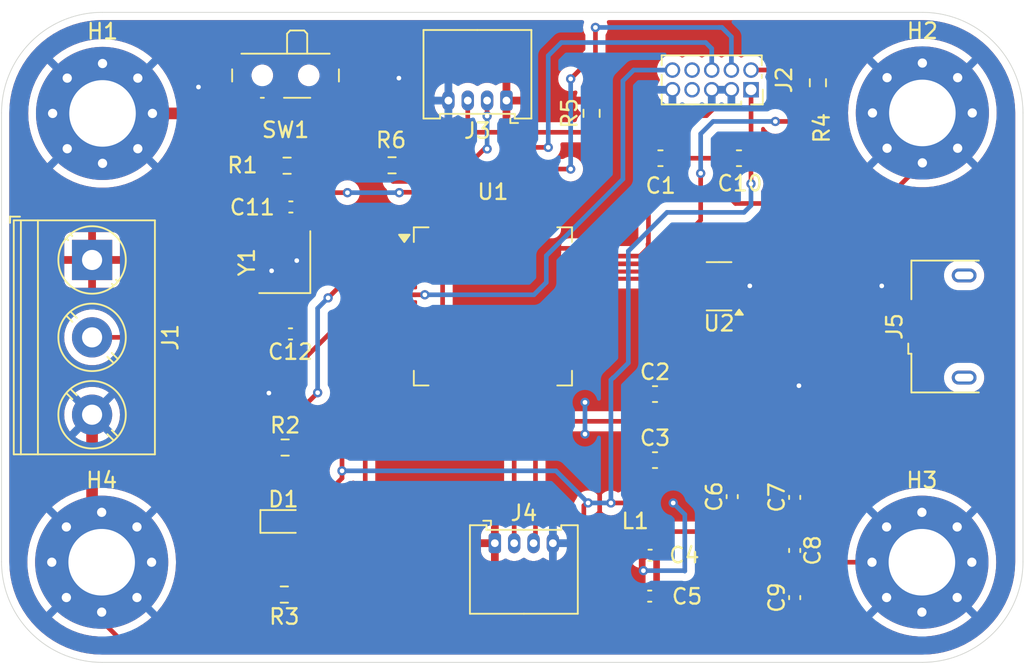
<source format=kicad_pcb>
(kicad_pcb (version 20240108) (generator "pcbnew") (generator_version "8.0")
  (layers (0 "F.Cu" signal) (31 "B.Cu" signal) (34 "B.Paste" user) (35 "F.Paste" user) (36 "B.SilkS" user "B.Silkscreen") (37 "F.SilkS" user "F.Silkscreen") (38 "B.Mask" user) (39 "F.Mask" user) (44 "Edge.Cuts" user))
  (net 0 "")
  (net 1 "GND")
  (net 2 "Net-(U1-VCAP_2)")
  (net 3 "Net-(U1-VCAP_1)")
  (net 4 "+3.3V")
  (net 5 "+3.3VA")
  (net 6 "Net-(C11-Pad1)")
  (net 7 "HSE_IN")
  (net 8 "Net-(D1-K)")
  (net 9 "LED_STATUS")
  (net 10 "SWO")
  (net 11 "NRST")
  (net 12 "SWCLK")
  (net 14 "Net-(J2-Pin_2)")
  (net 16 "I2C1_SDA")
  (net 17 "I2C1_SCL")
  (net 18 "USART3_RX")
  (net 19 "USART3_TX")
  (net 24 "+5V")
  (net 25 "USB_CONN_D+")
  (net 27 "USB_CONN_D-")
  (net 30 "Net-(SW1-B)")
  (net 31 "BOOT0")
  (net 32 "HSE_OUT")
  (net 33 "SWDIO")
  (net 51 "USB_D+")
  (net 56 "USB_D-")
  (footprint "MountingHole:MountingHole_4.3mm_M4_Pad_Via" (layer "F.Cu") (at 77.719581 105.530419)
    (property "Reference" "H4")
    (property "Value" "MountingHole_Pad" (hide yes))
  )
  (footprint "Crystal:Crystal_SMD_3225-4Pin_3.2x2.5mm" (layer "F.Cu") (at 89.55 86.14 90)
    (property "Reference" "Y1")
    (property "Value" "16MHz")
  )
  (footprint "Capacitor_SMD:C_0402_1005Metric" (layer "F.Cu") (at 118.4614 101.2928 90)
    (property "Reference" "C6")
    (property "Value" "100n")
  )
  (footprint "Connector_USB:USB_Micro-B_Amphenol_10118193-0002LF_Horizontal" (layer "F.Cu") (at 133.45 90.3 90)
    (property "Reference" "J5")
    (property "Value" "USB_B_Micro")
  )
  (footprint "Capacitor_SMD:C_0402_1005Metric" (layer "F.Cu") (at 113.1316 107.7214)
    (property "Reference" "C5")
    (property "Value" "100n")
  )
  (footprint "MountingHole:MountingHole_4.3mm_M4_Pad_Via" (layer "F.Cu") (at 77.775 76.530419)
    (property "Reference" "H1")
    (property "Value" "MountingHole_Pad" (hide yes))
  )
  (footprint "Inductor_SMD:L_0402_1005Metric" (layer "F.Cu") (at 112.1918 101.7016 180)
    (property "Reference" "L1")
    (property "Value" "39n")
  )
  (footprint "MountingHole:MountingHole_4.3mm_M4_Pad_Via" (layer "F.Cu") (at 130.719581 105.530419)
    (property "Reference" "H3")
    (property "Value" "MountingHole_Pad" (hide yes))
  )
  (footprint "Capacitor_SMD:C_0603_1608Metric" (layer "F.Cu") (at 113.4742 98.933)
    (property "Reference" "C3")
    (property "Value" "4u7")
  )
  (footprint "Capacitor_SMD:C_0402_1005Metric" (layer "F.Cu") (at 122.5 107.818 90)
    (property "Reference" "C9")
    (property "Value" "1n")
  )
  (footprint "MountingHole:MountingHole_4.3mm_M4_Pad_Via" (layer "F.Cu") (at 130.75 76.5)
    (property "Reference" "H2")
    (property "Value" "MountingHole_Pad" (hide yes))
  )
  (footprint "Capacitor_SMD:C_0603_1608Metric" (layer "F.Cu") (at 118.9 79.425 180)
    (property "Reference" "C10")
    (property "Value" "10n")
  )
  (footprint "Capacitor_SMD:C_0402_1005Metric" (layer "F.Cu") (at 122.5 104.77 -90)
    (property "Reference" "C8")
    (property "Value" "100n")
  )
  (footprint "Capacitor_SMD:C_0402_1005Metric" (layer "F.Cu") (at 89.92 90.775 180)
    (property "Reference" "C12")
    (property "Value" "12p")
  )
  (footprint "Resistor_SMD:R_0603_1608Metric" (layer "F.Cu") (at 124 74.55 90)
    (property "Reference" "R4")
    (property "Value" "22")
  )
  (footprint "Capacitor_SMD:C_0402_1005Metric" (layer "F.Cu") (at 113.1596 105.0798)
    (property "Reference" "C4")
    (property "Value" "100n")
  )
  (footprint "Connector_PinSocket_1.27mm:PinSocket_2x05_P1.27mm_Vertical" (layer "F.Cu") (at 119.68 75 -90)
    (property "Reference" "J2")
    (property "Value" "SWD")
  )
  (footprint "Resistor_SMD:R_0603_1608Metric" (layer "F.Cu") (at 89.5219 107.6198 180)
    (property "Reference" "R3")
    (property "Value" "1k5")
  )
  (footprint "Resistor_SMD:R_0603_1608Metric" (layer "F.Cu") (at 89.5736 98.1202)
    (property "Reference" "R2")
    (property "Value" "47")
  )
  (footprint "Package_TO_SOT_SMD:SOT-23-6" (layer "F.Cu") (at 117.6125 87.7 180)
    (property "Reference" "U2")
    (property "Value" "USBLC6-2SC6")
  )
  (footprint "Capacitor_SMD:C_0402_1005Metric" (layer "F.Cu") (at 122.5 101.3436 90)
    (property "Reference" "C7")
    (property "Value" "100n")
  )
  (footprint "Capacitor_SMD:C_0402_1005Metric" (layer "F.Cu") (at 89.944 82.5754)
    (property "Reference" "C11")
    (property "Value" "12p")
  )
  (footprint "Capacitor_SMD:C_0603_1608Metric" (layer "F.Cu") (at 113.825 79.425)
    (property "Reference" "C1")
    (property "Value" "2u2")
  )
  (footprint "Resistor_SMD:R_0603_1608Metric" (layer "F.Cu") (at 96.4814 79.883 180)
    (property "Reference" "R6")
    (property "Value" "2K2")
  )
  (footprint "TerminalBlock_Phoenix:TerminalBlock_Phoenix_PT-1,5-3-5.0-H_1x03_P5.00mm_Horizontal" (layer "F.Cu") (at 77.1 86 -90)
    (property "Reference" "J1")
    (property "Value" "Screw_Terminal_01x03")
  )
  (footprint "Package_QFP:LQFP-64_10x10mm_P0.5mm" (layer "F.Cu") (at 103 89)
    (property "Reference" "U1")
    (property "Value" "STM32F405RGT6")
  )
  (footprint "Connector_Molex:Molex_PicoBlade_53048-0410_1x04_P1.25mm_Horizontal" (layer "F.Cu") (at 103.125 104.3)
    (property "Reference" "J4")
    (property "Value" "USART3")
  )
  (footprint "Connector_Molex:Molex_PicoBlade_53048-0410_1x04_P1.25mm_Horizontal" (layer "F.Cu") (at 103.875 75.7 180)
    (property "Reference" "J3")
    (property "Value" "I2C1")
  )
  (footprint "Resistor_SMD:R_0603_1608Metric" (layer "F.Cu") (at 89.7006 79.9084 180)
    (property "Reference" "R1")
    (property "Value" "10k")
  )
  (footprint "LED_SMD:LED_0603_1608Metric" (layer "F.Cu") (at 89.4588 102.8954)
    (property "Reference" "D1")
    (property "Value" "LED_Small")
  )
  (footprint "Capacitor_SMD:C_0603_1608Metric" (layer "F.Cu") (at 113.4742 94.6658)
    (property "Reference" "C2")
    (property "Value" "2u2")
  )
  (footprint "Button_Switch_SMD:SW_SPDT_PCM12" (layer "F.Cu") (at 89.6 74.4 180)
    (property "Reference" "SW1")
    (property "Value" "SW_SPDT")
  )
  (footprint "Resistor_SMD:R_0603_1608Metric" (layer "F.Cu") (at 109.375 76.525 90)
    (property "Reference" "R5")
    (property "Value" "2K2")
  )
  (gr_line (start 71.25 76.5) (end 71.25 105.5) (stroke (width 0.05)) (layer "Edge.Cuts"))
  (gr_arc (start 77.75 112) (mid 73.153806 110.096194) (end 71.25 105.5) (stroke (width 0.05)) (layer "Edge.Cuts"))
  (gr_line (start 77.75 70) (end 130.75 70) (stroke (width 0.05)) (layer "Edge.Cuts"))
  (gr_line (start 137.25 105.5) (end 137.25 76.5) (stroke (width 0.05)) (layer "Edge.Cuts"))
  (gr_line (start 77.75 112) (end 130.75 112) (stroke (width 0.05)) (layer "Edge.Cuts"))
  (gr_arc (start 137.25 105.5) (mid 135.346194 110.096194) (end 130.75 112) (stroke (width 0.05)) (layer "Edge.Cuts"))
  (gr_arc (start 130.75 70) (mid 135.346194 71.903806) (end 137.25 76.5) (stroke (width 0.05)) (layer "Edge.Cuts"))
  (gr_arc (start 71.25 76.5) (mid 73.153806 71.903806) (end 77.75 70) (stroke (width 0.05)) (layer "Edge.Cuts"))
  (segment (start 97.325 90.75) (end 92.45 90.75) (width 0.3) (layer "F.Cu") (net 1))
  (segment (start 97.325 90.75) (end 99.75 90.75) (width 0.3) (layer "F.Cu") (net 1))
  (segment (start 116.5 110.525) (end 125.725 110.525) (width 0.3) (layer "F.Cu") (net 1))
  (segment (start 97.6 109.875) (end 113.075 109.875) (width 0.3) (layer "F.Cu") (net 1))
  (segment (start 113.6116 105.1078) (end 113.6396 105.0798) (width 0.3) (layer "F.Cu") (net 1))
  (segment (start 88.7 94.425) (end 88.525 94.6) (width 0.3) (layer "F.Cu") (net 1))
  (segment (start 90.424 82.210358) (end 89.788642 81.575) (width 0.75) (layer "F.Cu") (net 1))
  (segment (start 90.3469 107.6198) (end 95.3448 107.6198) (width 0.3) (layer "F.Cu") (net 1))
  (segment (start 118.41 75) (end 117.14 75) (width 0.3) (layer "F.Cu") (net 1))
  (segment (start 114.6 76.675) (end 114.6 75) (width 0.3) (layer "F.Cu") (net 1))
  (segment (start 90.4 85.964998) (end 90.399998 85.965) (width 0.75) (layer "F.Cu") (net 1))
  (segment (start 91 92.3) (end 89.7 92.3) (width 0.3) (layer "F.Cu") (net 1))
  (segment (start 83.975 74.825) (end 83.975 76.530419) (width 0.3) (layer "F.Cu") (net 1))
  (segment (start 116.8 76.675) (end 114.6 76.675) (width 0.3) (layer "F.Cu") (net 1))
  (segment (start 126.052762 100.8636) (end 130.719581 105.530419) (width 0.3) (layer "F.Cu") (net 1))
  (segment (start 83.975 76.530419) (end 86.649581 76.530419) (width 0.75) (layer "F.Cu") (net 1))
  (segment (start 90.424 85.016) (end 90.4 85.04) (width 0.75) (layer "F.Cu") (net 1))
  (segment (start 91 92.2) (end 91 92.3) (width 0.3) (layer "F.Cu") (net 1))
  (segment (start 89.7 92.3) (end 89.44 92.04) (width 0.3) (layer "F.Cu") (net 1))
  (segment (start 113.6396 107.6646) (end 116.5 110.525) (width 0.3) (layer "F.Cu") (net 1))
  (segment (start 79 110.6) (end 77.719581 109.319581) (width 0.3) (layer "F.Cu") (net 1))
  (segment (start 118.125 79.425) (end 114.6 79.425) (width 0.3) (layer "F.Cu") (net 1))
  (segment (start 118.125 81.8) (end 118.675 82.35) (width 0.3) (layer "F.Cu") (net 1))
  (segment (start 99.75 91.8) (end 99.75 94.675) (width 0.3) (layer "F.Cu") (net 1))
  (segment (start 117.14 75) (end 117.14 76.315) (width 0.3) (layer "F.Cu") (net 1))
  (segment (start 89.788642 81.575) (end 86.475 81.575) (width 0.75) (layer "F.Cu") (net 1))
  (segment (start 81 76.530419) (end 83.975 76.530419) (width 0.75) (layer "F.Cu") (net 1))
  (segment (start 117.14 76.315) (end 117.15 76.325) (width 0.3) (layer "F.Cu") (net 1))
  (segment (start 122.780419 105.530419) (end 122.5 105.25) (width 0.3) (layer "F.Cu") (net 1))
  (segment (start 106.875 104.3) (end 113.45 104.3) (width 0.3) (layer "F.Cu") (net 1))
  (segment (start 113.45 104.3) (end 113.5125 104.3625) (width 0.3) (layer "F.Cu") (net 1))
  (segment (start 77.1 104.910838) (end 77.719581 105.530419) (width 0.75) (layer "F.Cu") (net 1))
  (segment (start 90.125 110.6) (end 79 110.6) (width 0.3) (layer "F.Cu") (net 1))
  (segment (start 88.7 90.035) (end 88.7 94.425) (width 0.3) (layer "F.Cu") (net 1))
  (segment (start 90.4 85.04) (end 90.4 85.964998) (width 0.75) (layer "F.Cu") (net 1))
  (segment (start 90.424 82.5754) (end 90.424 82.210358) (width 0.75) (layer "F.Cu") (net 1))
  (segment (start 119.575 87.7) (end 119.6 87.675) (width 0.3) (layer "F.Cu") (net 1))
  (segment (start 129.45 89) (end 128.125 87.675) (width 0.3) (layer "F.Cu") (net 1))
  (segment (start 113.6396 104.4896) (end 113.6396 107.6646) (width 0.3) (layer "F.Cu") (net 1))
  (segment (start 100.125 75.7) (end 100.125 74.35) (width 0.3) (layer "F.Cu") (net 1))
  (segment (start 114.2492 98.933) (end 114.2492 94.6658) (width 0.3) (layer "F.Cu") (net 1))
  (segment (start 117.15 76.325) (end 116.8 76.675) (width 0.3) (layer "F.Cu") (net 1))
  (segment (start 113.5125 104.3625) (end 113.5125 109.4375) (width 0.3) (layer "F.Cu") (net 1))
  (segment (start 100.125 74.35) (end 100.025 74.25) (width 0.3) (layer "F.Cu") (net 1))
  (segment (start 113.6396 104.4896) (end 113.6396 105.0798) (width 0.3) (layer "F.Cu") (net 1))
  (segment (start 90.3469 110.3781) (end 90.125 110.6) (width 0.3) (layer "F.Cu") (net 1))
  (segment (start 118.75 87.7) (end 119.575 87.7) (width 0.3) (layer "F.Cu") (net 1))
  (segment (start 90.3469 107.6198) (end 90.3469 110.3781) (width 0.3) (layer "F.Cu") (net 1))
  (segment (start 114.6 79.425) (end 114.6 76.675) (width 0.3) (layer "F.Cu") (net 1))
  (segment (start 95.3448 107.6198) (end 97.6 109.875) (width 0.3) (layer "F.Cu") (net 1))
  (segment (start 90.399998 85.965) (end 90.325 85.965) (width 0.75) (layer "F.Cu") (net 1))
  (segment (start 118.4614 100.8128) (end 116.129 100.8128) (width 0.3) (layer "F.Cu") (net 1))
  (segment (start 113.6116 107.7214) (end 113.6116 105.1078) (width 0.3) (layer "F.Cu") (net 1))
  (segment (start 88.7 90.035) (end 89.44 90.775) (width 0.3) (layer "F.Cu") (net 1))
  (segment (start 113.5125 109.4375) (end 113.6116 109.3384) (width 0.3) (layer "F.Cu") (net 1))
  (segment (start 114.2492 94.6658) (end 122.2342 94.6658) (width 0.3) (layer "F.Cu") (net 1))
  (segment (start 99.75 83.325) (end 99.75 91.8) (width 0.3) (layer "F.Cu") (net 1))
  (segment (start 77.1 96) (end 77.1 104.910838) (width 0.75) (layer "F.Cu") (net 1))
  (segment (start 88.7 87.24) (end 88.7 90.035) (width 0.3) (layer "F.Cu") (net 1))
  (segment (start 130.775 89) (end 129.45 89) (width 0.3) (layer "F.Cu") (net 1))
  (segment (start 118.4614 100.8128) (end 122.4492 100.8128) (width 0.3) (layer "F.Cu") (net 1))
  (segment (start 118.675 82.35) (end 128.125 82.35) (width 0.3) (layer "F.Cu") (net 1))
  (segment (start 86.475 76.705) (end 86.649581 76.530419) (width 0.75) (layer "F.Cu") (net 1))
  (segment (start 130.75 79.725) (end 128.125 82.35) (width 0.3) (layer "F.Cu") (net 1))
  (segment (start 113.45 104.3) (end 113.6396 104.4896) (width 0.3) (layer "F.Cu") (net 1))
  (segment (start 127.494581 105.530419) (end 122.780419 105.530419) (width 0.3) (layer "F.Cu") (net 1))
  (segment (start 125.725 110.525) (end 130.719581 105.530419) (width 0.3) (layer "F.Cu") (net 1))
  (segment (start 122.4492 100.8128) (end 122.5 100.8636) (width 0.3) (layer "F.Cu") (net 1))
  (segment (start 113.5125 104.3625) (end 113.6396 104.4896) (width 0.3) (layer "F.Cu") (net 1))
  (segment (start 128.125 82.35) (end 128.125 87.675) (width 0.3) (layer "F.Cu") (net 1))
  (segment (start 92.45 90.75) (end 91 92.2) (width 0.3) (layer "F.Cu") (net 1))
  (segment (start 118.125 79.425) (end 118.125 81.8) (width 0.3) (layer "F.Cu") (net 1))
  (segment (start 89.44 92.04) (end 89.44 90.775) (width 0.3) (layer "F.Cu") (net 1))
  (segment (start 122.5 100.8636) (end 126.052762 100.8636) (width 0.3) (layer "F.Cu") (net 1))
  (segment (start 77.719581 109.319581) (end 77.719581 105.530419) (width 0.3) (layer "F.Cu") (net 1))
  (segment (start 88.7 87.24) (end 88.7 86.7) (width 0.3) (layer "F.Cu") (net 1))
  (segment (start 100.025 74.25) (end 96.925 74.25) (width 0.3) (layer "F.Cu") (net 1))
  (segment (start 122.5 107.338) (end 122.5 105.25) (width 0.3) (layer "F.Cu") (net 1))
  (segment (start 86.475 81.575) (end 86.475 76.705) (width 0.75) (layer "F.Cu") (net 1))
  (segment (start 90.424 82.5754) (end 90.424 85.016) (width 0.75) (layer "F.Cu") (net 1))
  (segment (start 116.129 100.8128) (end 114.2492 98.933) (width 0.3) (layer "F.Cu") (net 1))
  (segment (start 113.6116 109.3384) (end 113.6116 107.7214) (width 0.3) (layer "F.Cu") (net 1))
  (segment (start 122.2342 94.6658) (end 122.775 94.125) (width 0.3) (layer "F.Cu") (net 1))
  (segment (start 99.75 90.75) (end 99.75 91.8) (width 0.3) (layer "F.Cu") (net 1))
  (segment (start 113.075 109.875) (end 113.5125 109.4375) (width 0.3) (layer "F.Cu") (net 1))
  (segment (start 86.649581 76.530419) (end 87.35 75.83) (width 0.75) (layer "F.Cu") (net 1))
  (via (at 119.6 87.675) (size 0.6) (drill 0.3) (layers "F.Cu" "B.Cu") (net 1))
  (via (at 128.125 87.675) (size 0.6) (drill 0.3) (layers "F.Cu" "B.Cu") (net 1))
  (via (at 122.775 94.125) (size 0.6) (drill 0.3) (layers "F.Cu" "B.Cu") (net 1))
  (via (at 88.7 86.7) (size 0.6) (drill 0.3) (layers "F.Cu" "B.Cu") (net 1))
  (via (at 96.925 74.25) (size 0.6) (drill 0.3) (layers "F.Cu" "B.Cu") (net 1))
  (via (at 90.325 86.039998) (size 0.6) (drill 0.3) (layers "F.Cu" "B.Cu") (net 1))
  (via (at 88.525 94.6) (size 0.6) (drill 0.3) (layers "F.Cu" "B.Cu") (net 1))
  (via (at 83.975 74.825) (size 0.6) (drill 0.3) (layers "F.Cu" "B.Cu") (net 1))
  (segment (start 93.925 70.85) (end 84.525 70.85) (width 0.3) (layer "B.Cu") (net 1))
  (segment (start 94.4 73.775) (end 94.4 71.325) (width 0.3) (layer "B.Cu") (net 1))
  (segment (start 90.325 86.1) (end 90.325 86.039998) (width 0.3) (layer "B.Cu") (net 1))
  (segment (start 88.525 94.6) (end 78.5 94.6) (width 0.3) (layer "B.Cu") (net 1))
  (segment (start 96.925 74.25) (end 94.875 74.25) (width 0.3) (layer "B.Cu") (net 1))
  (segment (start 78.5 94.6) (end 77.1 96) (width 0.3) (layer "B.Cu") (net 1))
  (segment (start 122.775 94.125) (end 122.775 87.675) (width 0.3) (layer "B.Cu") (net 1))
  (segment (start 94.875 74.25) (end 94.4 73.775) (width 0.3) (layer "B.Cu") (net 1))
  (segment (start 84.525 70.85) (end 83.975 71.4) (width 0.3) (layer "B.Cu") (net 1))
  (segment (start 94.4 71.325) (end 93.925 70.85) (width 0.3) (layer "B.Cu") (net 1))
  (segment (start 88.7 86.275) (end 90.15 86.275) (width 0.3) (layer "B.Cu") (net 1))
  (segment (start 83.975 71.4) (end 83.975 74.825) (width 0.3) (layer "B.Cu") (net 1))
  (segment (start 119.6 87.675) (end 122.775 87.675) (width 0.3) (layer "B.Cu") (net 1))
  (segment (start 90.15 86.275) (end 90.325 86.1) (width 0.3) (layer "B.Cu") (net 1))
  (segment (start 88.7 86.7) (end 88.7 86.275) (width 0.3) (layer "B.Cu") (net 1))
  (segment (start 122.775 87.675) (end 128.125 87.675) (width 0.3) (layer "B.Cu") (net 1))
  (segment (start 113.05 84.95) (end 113.05 79.425) (width 0.3) (layer "F.Cu") (net 2))
  (segment (start 113.025 84.975) (end 113.05 84.95) (width 0.3) (layer "F.Cu") (net 2))
  (segment (start 113.025 85.225) (end 113.025 84.975) (width 0.3) (layer "F.Cu") (net 2))
  (segment (start 112.5 85.75) (end 113.025 85.225) (width 0.3) (layer "F.Cu") (net 2))
  (segment (start 108.675 85.75) (end 112.5 85.75) (width 0.3) (layer "F.Cu") (net 2))
  (segment (start 106.65 96.425) (end 112.275 96.425) (width 0.3) (layer "F.Cu") (net 3))
  (segment (start 112.275 96.425) (end 112.6992 96.0008) (width 0.3) (layer "F.Cu") (net 3))
  (segment (start 112.6992 96.0008) (end 112.6992 94.6658) (width 0.3) (layer "F.Cu") (net 3))
  (segment (start 106.25 96.025) (end 106.65 96.425) (width 0.3) (layer "F.Cu") (net 3))
  (segment (start 106.25 94.675) (end 106.25 96.025) (width 0.3) (layer "F.Cu") (net 3))
  (segment (start 112.6796 105.0798) (end 112.6796 106.0296) (width 0.3) (layer "F.Cu") (net 4))
  (segment (start 112.6796 105.0798) (end 112.6796 106.0704) (width 0.3) (layer "F.Cu") (net 4))
  (segment (start 103.125 104.3) (end 103.125 99.325) (width 0.3) (layer "F.Cu") (net 4))
  (segment (start 118.5122 101.8236) (end 118.4614 101.7728) (width 0.3) (layer "F.Cu") (net 4))
  (segment (start 103.125 106.325) (end 103.125 104.3) (width 0.3) (layer "F.Cu") (net 4))
  (segment (start 91.85 78.925) (end 91.85 75.83) (width 0.3) (layer "F.Cu") (net 4))
  (segment (start 100.25 96.45) (end 100.25 94.675) (width 0.3) (layer "F.Cu") (net 4))
  (segment (start 92.808 79.883) (end 91.85 78.925) (width 0.3) (layer "F.Cu") (net 4))
  (segment (start 95.6564 73.3936) (end 95.6564 79.883) (width 0.3) (layer "F.Cu") (net 4))
  (segment (start 95.6564 79.883) (end 92.808 79.883) (width 0.3) (layer "F.Cu") (net 4))
  (segment (start 89.65 71.775) (end 89.65 75.225) (width 0.3) (layer "F.Cu") (net 4))
  (segment (start 118.3902 101.7016) (end 118.4614 101.7728) (width 0.3) (layer "F.Cu") (net 4))
  (segment (start 112.1 106.65) (end 103.45 106.65) (width 0.3) (layer "F.Cu") (net 4))
  (segment (start 112.6796 106.0704) (end 112.1 106.65) (width 0.3) (layer "F.Cu") (net 4))
  (segment (start 90.255 75.83) (end 91.85 75.83) (width 0.3) (layer "F.Cu") (net 4))
  (segment (start 112.6768 101.7016) (end 114.6484 101.7016) (width 0.3) (layer "F.Cu") (net 4))
  (segment (start 95.6564 83.0564) (end 95.6564 79.883) (width 0.3) (layer "F.Cu") (net 4))
  (segment (start 103.375 72.8) (end 96.25 72.8) (width 0.3) (layer "F.Cu") (net 4))
  (segment (start 89.325 71.45) (end 89.65 71.775) (width 0.3) (layer "F.Cu") (net 4))
  (segment (start 110.9 76.075) (end 110.9 84.85) (width 0.3) (layer "F.Cu") (net 4))
  (segment (start 112.725 106.075) (end 112.6796 106.1204) (width 0.3) (layer "F.Cu") (net 4))
  (segment (start 89.65 75.225) (end 90.255 75.83) (width 0.3) (layer "F.Cu") (net 4))
  (segment (start 99.25 83.325) (end 97.325 83.325) (width 0.3) (layer "F.Cu") (net 4))
  (segment (start 114.65 101.7) (end 114.6516 101.7016) (width 0.3) (layer "F.Cu") (net 4))
  (segment (start 109.9 102.975) (end 112.275 102.975) (width 0.3) (layer "F.Cu") (net 4))
  (segment (start 112.6796 106.0296) (end 112.725 106.075) (width 0.3) (layer "F.Cu") (net 4))
  (segment (start 108.95 94.8) (end 108.95 95.2) (width 0.3) (layer "F.Cu") (net 4))
  (segment (start 73.875 86) (end 72.375 84.5) (width 0.3) (layer "F.Cu") (net 4))
  (segment (start 110.525 75.7) (end 110.9 76.075) (width 0.3) (layer "F.Cu") (net 4))
  (segment (start 95.925 83.325) (end 95.6564 83.0564) (width 0.3) (layer "F.Cu") (net 4))
  (segment (start 114.6484 101.7016) (end 114.65 101.7) (width 0.3) (layer "F.Cu") (net 4))
  (segment (start 112.6796 107.6934) (end 112.6516 107.7214) (width 0.3) (layer "F.Cu") (net 4))
  (segment (start 112.6992 98.933) (end 110.292 98.933) (width 0.3) (layer "F.Cu") (net 4))
  (segment (start 106.975 85.25) (end 106.75 85.475) (width 0.3) (layer "F.Cu") (net 4))
  (segment (start 110.9 84.85) (end 110.5 85.25) (width 0.3) (layer "F.Cu") (net 4))
  (segment (start 103.875 75.7) (end 103.875 73.3) (width 0.3) (layer "F.Cu") (net 4))
  (segment (start 122.5 101.8236) (end 118.5122 101.8236) (width 0.3) (layer "F.Cu") (net 4))
  (segment (start 97.325 83.325) (end 95.925 83.325) (width 0.3) (layer "F.Cu") (net 4))
  (segment (start 110.292 98.933) (end 109.9 99.325) (width 0.3) (layer "F.Cu") (net 4))
  (segment (start 103.125 99.325) (end 100.25 96.45) (width 0.3) (layer "F.Cu") (net 4))
  (segment (start 103.875 73.3) (end 103.375 72.8) (width 0.3) (layer "F.Cu") (net 4))
  (segment (start 72.375 74.209225) (end 75.134225 71.45) (width 0.3) (layer "F.Cu") (net 4))
  (segment (start 72.375 84.5) (end 72.375 74.209225) (width 0.3) (layer "F.Cu") (net 4))
  (segment (start 96.25 72.8) (end 95.6564 73.3936) (width 0.3) (layer "F.Cu") (net 4))
  (segment (start 75.134225 71.45) (end 89.325 71.45) (width 0.3) (layer "F.Cu") (net 4))
  (segment (start 114.6516 101.7016) (end 118.3902 101.7016) (width 0.3) (layer "F.Cu") (net 4))
  (segment (start 112.275 102.975) (end 112.6768 102.5732) (width 0.3) (layer "F.Cu") (net 4))
  (segment (start 109.9 99.325) (end 109.9 102.975) (width 0.3) (layer "F.Cu") (net 4))
  (segment (start 112.6768 102.5732) (end 112.6768 101.7016) (width 0.3) (layer "F.Cu") (net 4))
  (segment (start 103.875 75.7) (end 109.375 75.7) (width 0.3) (layer "F.Cu") (net 4))
  (segment (start 122.5 104.29) (end 122.5 101.8236) (width 0.3) (layer "F.Cu") (net 4))
  (segment (start 97.325 85.25) (end 97.325 83.325) (width 0.3) (layer "F.Cu") (net 4))
  (segment (start 108.675 85.25) (end 106.975 85.25) (width 0.3) (layer "F.Cu") (net 4))
  (segment (start 77.1 86) (end 73.875 86) (width 0.3) (layer "F.Cu") (net 4))
  (segment (start 110.5 85.25) (end 108.675 85.25) (width 0.3) (layer "F.Cu") (net 4))
  (segment (start 109.375 75.7) (end 110.525 75.7) (width 0.3) (layer "F.Cu") (net 4))
  (segment (start 106.75 94.675) (end 108.825 94.675) (width 0.3) (layer "F.Cu") (net 4))
  (segment (start 106.75 85.475) (end 106.75 94.675) (width 0.3) (layer "F.Cu") (net 4))
  (segment (start 103.45 106.65) (end 103.125 106.325) (width 0.3) (layer "F.Cu") (net 4))
  (segment (start 110.292 98.592) (end 110.292 98.933) (width 0.3) (layer "F.Cu") (net 4))
  (segment (start 112.6796 106.1204) (end 112.6796 107.6934) (width 0.3) (layer "F.Cu") (net 4))
  (segment (start 108.825 94.675) (end 108.95 94.8) (width 0.3) (layer "F.Cu") (net 4))
  (segment (start 108.95 97.25) (end 110.292 98.592) (width 0.3) (layer "F.Cu") (net 4))
  (via (at 108.95 97.25) (size 0.6) (drill 0.3) (layers "F.Cu" "B.Cu") (net 4))
  (via (at 112.725 106.075) (size 0.6) (drill 0.3) (layers "F.Cu" "B.Cu") (net 4))
  (via (at 108.95 95.2) (size 0.6) (drill 0.3) (layers "F.Cu" "B.Cu") (net 4))
  (via (at 114.65 101.7) (size 0.6) (drill 0.3) (layers "F.Cu" "B.Cu") (net 4))
  (segment (start 115.375 106.075) (end 115.4 106.1) (width 0.3) (layer "B.Cu") (net 4))
  (segment (start 115.4 106.1) (end 115.4 102.45) (width 0.3) (layer "B.Cu") (net 4))
  (segment (start 115.4 102.45) (end 114.65 101.7) (width 0.3) (layer "B.Cu") (net 4))
  (segment (start 108.95 95.2) (end 108.95 97.25) (width 0.3) (layer "B.Cu") (net 4))
  (segment (start 112.725 106.075) (end 115.375 106.075) (width 0.3) (layer "B.Cu") (net 4))
  (segment (start 93.775 91.25) (end 93.25 91.775) (width 0.3) (layer "F.Cu") (net 5))
  (segment (start 82.975 99.825) (end 82.975 91.75) (width 0.3) (layer "F.Cu") (net 5))
  (segment (start 111.7052 101.7) (end 111.7068 101.7016) (width 0.3) (layer "F.Cu") (net 5))
  (segment (start 108.975 103.55) (end 108.875 103.45) (width 0.3) (layer "F.Cu") (net 5))
  (segment (start 119.675 81.075) (end 119.675 79.425) (width 0.3) (layer "F.Cu") (net 5))
  (segment (start 93.25 99.625) (end 93.25 100.1) (width 0.3) (layer "F.Cu") (net 5))
  (segment (start 118.2 107.55) (end 118.175 107.525) (width 0.3) (layer "F.Cu") (net 5))
  (segment (start 83.675 100.525) (end 82.975 99.825) (width 0.3) (layer "F.Cu") (net 5))
  (segment (start 119.68 79.42) (end 119.675 79.425) (width 0.3) (layer "F.Cu") (net 5))
  (segment (start 108.875 101.875) (end 109.05 101.7) (width 0.3) (layer "F.Cu") (net 5))
  (segment (start 118.175 107.525) (end 118.175 104.375) (width 0.3) (layer "F.Cu") (net 5))
  (segment (start 93.25 91.775) (end 93.25 99.625) (width 0.3) (layer "F.Cu") (net 5))
  (segment (start 118.773 108.298) (end 118.2 107.725) (width 0.3) (layer "F.Cu") (net 5))
  (segment (start 109.05 101.7) (end 109.15 101.7) (width 0.3) (layer "F.Cu") (net 5))
  (segment (start 118.175 104.375) (end 117.35 103.55) (width 0.3) (layer "F.Cu") (net 5))
  (segment (start 118.2 107.725) (end 118.2 107.55) (width 0.3) (layer "F.Cu") (net 5))
  (segment (start 108.875 103.45) (end 108.875 101.875) (width 0.3) (layer "F.Cu") (net 5))
  (segment (start 97.325 91.25) (end 93.775 91.25) (width 0.3) (layer "F.Cu") (net 5))
  (segment (start 92.825 100.525) (end 83.675 100.525) (width 0.3) (layer "F.Cu") (net 5))
  (segment (start 117.35 103.55) (end 108.975 103.55) (width 0.3) (layer "F.Cu") (net 5))
  (segment (start 119.68 75) (end 119.68 79.42) (width 0.3) (layer "F.Cu") (net 5))
  (segment (start 82.225 91) (end 77.1 91) (width 0.3) (layer "F.Cu") (net 5))
  (segment (start 122.5 108.298) (end 118.773 108.298) (width 0.3) (layer "F.Cu") (net 5))
  (segment (start 93.25 100.1) (end 92.825 100.525) (width 0.3) (layer "F.Cu") (net 5))
  (segment (start 82.975 91.75) (end 82.225 91) (width 0.3) (layer "F.Cu") (net 5))
  (segment (start 110.625 101.7) (end 111.7052 101.7) (width 0.3) (layer "F.Cu") (net 5))
  (via (at 109.15 101.7) (size 0.6) (drill 0.3) (layers "F.Cu" "B.Cu") (net 5))
  (via (at 119.675 81.075) (size 0.6) (drill 0.3) (layers "F.Cu" "B.Cu") (net 5))
  (via (at 93.25 99.625) (size 0.6) (drill 0.3) (layers "F.Cu" "B.Cu") (net 5))
  (via (at 110.625 101.7) (size 0.6) (drill 0.3) (layers "F.Cu" "B.Cu") (net 5))
  (segment (start 110.8 93.6) (end 111.75 92.65) (width 0.3) (layer "B.Cu") (net 5))
  (segment (start 111.75 92.65) (end 111.75 85.425) (width 0.3) (layer "B.Cu") (net 5))
  (segment (start 111.75 85.425) (end 113.7 83.475) (width 0.3) (layer "B.Cu") (net 5))
  (segment (start 110.625 93.75) (end 110.775 93.6) (width 0.3) (layer "B.Cu") (net 5))
  (segment (start 119.225 82.925) (end 119.675 82.475) (width 0.3) (layer "B.Cu") (net 5))
  (segment (start 114.25 82.925) (end 119.225 82.925) (width 0.3) (layer "B.Cu") (net 5))
  (segment (start 109.15 101.7) (end 110.625 101.7) (width 0.3) (layer "B.Cu") (net 5))
  (segment (start 113.7 83.475) (end 114.25 82.925) (width 0.3) (layer "B.Cu") (net 5))
  (segment (start 110.775 93.6) (end 110.8 93.6) (width 0.3) (layer "B.Cu") (net 5))
  (segment (start 107.075 99.625) (end 109.15 101.7) (width 0.3) (layer "B.Cu") (net 5))
  (segment (start 93.25 99.625) (end 107.075 99.625) (width 0.3) (layer "B.Cu") (net 5))
  (segment (start 119.675 82.475) (end 119.675 81.075) (width 0.3) (layer "B.Cu") (net 5))
  (segment (start 110.625 101.7) (end 110.625 93.75) (width 0.3) (layer "B.Cu") (net 5))
  (segment (start 89.464 82.5754) (end 88.7 83.3394) (width 0.3) (layer "F.Cu") (net 6))
  (segment (start 85.8952 98.1202) (end 85.25 97.475) (width 0.3) (layer "F.Cu") (net 6))
  (segment (start 88.7 83.3394) (end 88.7 85.04) (width 0.3) (layer "F.Cu") (net 6))
  (segment (start 85.25 97.475) (end 85.25 85.625) (width 0.3) (layer "F.Cu") (net 6))
  (segment (start 88.7486 98.1202) (end 85.8952 98.1202) (width 0.3) (layer "F.Cu") (net 6))
  (segment (start 85.835 85.04) (end 88.7 85.04) (width 0.3) (layer "F.Cu") (net 6))
  (segment (start 85.25 85.625) (end 85.835 85.04) (width 0.3) (layer "F.Cu") (net 6))
  (segment (start 97.325 87.25) (end 90.41 87.25) (width 0.3) (layer "F.Cu") (net 7))
  (segment (start 90.41 87.25) (end 90.4 87.24) (width 0.3) (layer "F.Cu") (net 7))
  (segment (start 90.4 87.24) (end 90.4 90.775) (width 0.3) (layer "F.Cu") (net 7))
  (segment (start 88.6969 107.6198) (end 88.6969 102.921) (width 0.3) (layer "F.Cu") (net 8))
  (segment (start 88.6969 102.921) (end 88.6713 102.8954) (width 0.3) (layer "F.Cu") (net 8))
  (segment (start 91.182107 102.875) (end 93.875 102.875) (width 0.3) (layer "F.Cu") (net 9))
  (segment (start 94.75 93.3) (end 95.3 92.75) (width 0.3) (layer "F.Cu") (net 9))
  (segment (start 93.875 102.875) (end 94.75 102) (width 0.3) (layer "F.Cu") (net 9))
  (segment (start 91.161707 102.8954) (end 91.182107 102.875) (width 0.3) (layer "F.Cu") (net 9))
  (segment (start 90.2463 102.8954) (end 91.161707 102.8954) (width 0.3) (layer "F.Cu") (net 9))
  (segment (start 95.3 92.75) (end 97.325 92.75) (width 0.3) (layer "F.Cu") (net 9))
  (segment (start 94.75 102) (end 94.75 93.3) (width 0.3) (layer "F.Cu") (net 9))
  (segment (start 103.75 79.625) (end 104.65 78.725) (width 0.3) (layer "F.Cu") (net 10))
  (segment (start 103.75 83.325) (end 103.75 79.625) (width 0.3) (layer "F.Cu") (net 10))
  (segment (start 104.65 78.725) (end 106.575 78.725) (width 0.3) (layer "F.Cu") (net 10))
  (via (at 106.575 78.725) (size 0.6) (drill 0.3) (layers "F.Cu" "B.Cu") (net 10))
  (segment (start 117.14 72.34) (end 117.14 73.73) (width 0.3) (layer "B.Cu") (net 10))
  (segment (start 107.425 71.95) (end 116.75 71.95) (width 0.3) (layer "B.Cu") (net 10))
  (segment (start 106.575 72.8) (end 107.425 71.95) (width 0.3) (layer "B.Cu") (net 10))
  (segment (start 106.575 78.725) (end 106.575 72.8) (width 0.3) (layer "B.Cu") (net 10))
  (segment (start 116.75 71.95) (end 117.14 72.34) (width 0.3) (layer "B.Cu") (net 10))
  (segment (start 97.325 88.25) (end 98.6 88.25) (width 0.3) (layer "F.Cu") (net 11))
  (via (at 98.6 88.25) (size 0.6) (drill 0.3) (layers "F.Cu" "B.Cu") (net 11))
  (segment (start 105.65 88.25) (end 106.45 87.45) (width 0.3) (layer "B.Cu") (net 11))
  (segment (start 111.4 74.425) (end 112.095 73.73) (width 0.3) (layer "B.Cu") (net 11))
  (segment (start 111.4 80.775) (end 111.4 74.425) (width 0.3) (layer "B.Cu") (net 11))
  (segment (start 106.45 85.725) (end 111.4 80.775) (width 0.3) (layer "B.Cu") (net 11))
  (segment (start 112.095 73.73) (end 114.6 73.73) (width 0.3) (layer "B.Cu") (net 11))
  (segment (start 106.45 87.45) (end 106.45 85.725) (width 0.3) (layer "B.Cu") (net 11))
  (segment (start 98.6 88.25) (end 105.65 88.25) (width 0.3) (layer "B.Cu") (net 11))
  (segment (start 109.625 70.975) (end 109.625 72.7) (width 0.3) (layer "F.Cu") (net 12))
  (segment (start 107.075 80.125) (end 106.75 80.45) (width 0.3) (layer "F.Cu") (net 12))
  (segment (start 109.625 72.7) (end 108.025 74.3) (width 0.3) (layer "F.Cu") (net 12))
  (segment (start 108.025 80.125) (end 107.075 80.125) (width 0.3) (layer "F.Cu") (net 12))
  (segment (start 106.75 80.45) (end 106.75 83.325) (width 0.3) (layer "F.Cu") (net 12))
  (via (at 109.625 70.975) (size 0.6) (drill 0.3) (layers "F.Cu" "B.Cu") (net 12))
  (via (at 108.025 80.125) (size 0.6) (drill 0.3) (layers "F.Cu" "B.Cu") (net 12))
  (via (at 108.025 74.3) (size 0.6) (drill 0.3) (layers "F.Cu" "B.Cu") (net 12))
  (segment (start 118.41 71.585) (end 118.025 71.2) (width 0.3) (layer "B.Cu") (net 12))
  (segment (start 117.625 70.975) (end 109.625 70.975) (width 0.3) (layer "B.Cu") (net 12))
  (segment (start 117.8 70.975) (end 117.625 70.975) (width 0.3) (layer "B.Cu") (net 12))
  (segment (start 118.41 73.73) (end 118.41 71.585) (width 0.3) (layer "B.Cu") (net 12))
  (segment (start 118.025 71.2) (end 117.8 70.975) (width 0.3) (layer "B.Cu") (net 12))
  (segment (start 108.025 74.3) (end 108.025 80.125) (width 0.3) (layer "B.Cu") (net 12))
  (segment (start 124 73.725) (end 119.685 73.725) (width 0.3) (layer "F.Cu") (net 14))
  (segment (start 119.685 73.725) (end 119.68 73.73) (width 0.3) (layer "F.Cu") (net 14))
  (segment (start 96.525 80.9) (end 96.525 78.3) (width 0.3) (layer "F.Cu") (net 16))
  (segment (start 101.75 81.45) (end 101.225 80.925) (width 0.3) (layer "F.Cu") (net 16))
  (segment (start 101.375 77.025) (end 101.375 75.7) (width 0.3) (layer "F.Cu") (net 16))
  (segment (start 101.225 80.925) (end 96.55 80.925) (width 0.3) (layer "F.Cu") (net 16))
  (segment (start 108.975 77.75) (end 101.475 77.75) (width 0.3) (layer "F.Cu") (net 16))
  (segment (start 96.55 80.925) (end 96.525 80.9) (width 0.3) (layer "F.Cu") (net 16))
  (segment (start 101.375 77.65) (end 101.375 77.025) (width 0.3) (layer "F.Cu") (net 16))
  (segment (start 101.375 77.75) (end 101.375 77.025) (width 0.3) (layer "F.Cu") (net 16))
  (segment (start 101.475 77.75) (end 101.375 77.65) (width 0.3) (layer "F.Cu") (net 16))
  (segment (start 96.525 78.3) (end 97.075 77.75) (width 0.3) (layer "F.Cu") (net 16))
  (segment (start 109.375 77.35) (end 108.975 77.75) (width 0.3) (layer "F.Cu") (net 16))
  (segment (start 101.75 83.325) (end 101.75 81.45) (width 0.3) (layer "F.Cu") (net 16))
  (segment (start 97.075 77.75) (end 101.375 77.75) (width 0.3) (layer "F.Cu") (net 16))
  (segment (start 102.441 78.825) (end 101.383 79.883) (width 0.3) (layer "F.Cu") (net 17))
  (segment (start 102.25 80.75) (end 101.383 79.883) (width 0.3) (layer "F.Cu") (net 17))
  (segment (start 102.25 83.325) (end 102.25 80.75) (width 0.3) (layer "F.Cu") (net 17))
  (segment (start 102.625 78.825) (end 102.441 78.825) (width 0.3) (layer "F.Cu") (net 17))
  (segment (start 102.625 75.7) (end 102.625 76.7) (width 0.3) (layer "F.Cu") (net 17))
  (segment (start 101.383 79.883) (end 97.3064 79.883) (width 0.3) (layer "F.Cu") (net 17))
  (via (at 102.625 76.7) (size 0.6) (drill 0.3) (layers "F.Cu" "B.Cu") (net 17))
  (via (at 102.625 78.825) (size 0.6) (drill 0.3) (layers "F.Cu" "B.Cu") (net 17))
  (segment (start 102.625 76.7) (end 102.625 78.825) (width 0.3) (layer "B.Cu") (net 17))
  (segment (start 105.75 94.675) (end 105.75 104.175) (width 0.3) (layer "F.Cu") (net 18))
  (segment (start 105.75 104.175) (end 105.625 104.3) (width 0.3) (layer "F.Cu") (net 18))
  (segment (start 105.25 96) (end 104.375 96.875) (width 0.3) (layer "F.Cu") (net 19))
  (segment (start 104.375 96.875) (end 104.375 104.3) (width 0.3) (layer "F.Cu") (net 19))
  (segment (start 105.25 94.675) (end 105.25 96) (width 0.3) (layer "F.Cu") (net 19))
  (segment (start 116.475 87.7) (end 117.375 87.7) (width 0.3) (layer "F.Cu") (net 24))
  (segment (start 117.625 87.95) (end 117.625 89.875) (width 0.3) (layer "F.Cu") (net 24))
  (segment (start 119.35 91.6) (end 130.775 91.6) (width 0.3) (layer "F.Cu") (net 24))
  (segment (start 117.625 89.875) (end 119.35 91.6) (width 0.3) (layer "F.Cu") (net 24))
  (segment (start 117.375 87.7) (end 117.625 87.95) (width 0.3) (layer "F.Cu") (net 24))
  (segment (start 118.75 86.75) (end 119.743751 86.75) (width 0.261112) (layer "F.Cu") (net 25))
  (segment (start 129.669655 90.392844) (end 129.762499 90.3) (width 0.261112) (layer "F.Cu") (net 25))
  (segment (start 120.461595 87.467844) (end 125.296164 87.467844) (width 0.261112) (layer "F.Cu") (net 25))
  (segment (start 128.221164 90.392844) (end 129.669655 90.392844) (width 0.261112) (layer "F.Cu") (net 25))
  (segment (start 119.743751 86.75) (end 120.461595 87.467844) (width 0.261112) (layer "F.Cu") (net 25))
  (segment (start 129.762499 90.3) (end 130.775 90.3) (width 0.261112) (layer "F.Cu") (net 25))
  (segment (start 125.296164 87.467844) (end 128.221164 90.392844) (width 0.261112) (layer "F.Cu") (net 25))
  (segment (start 125.103836 87.932156) (end 128.028836 90.857156) (width 0.261112) (layer "F.Cu") (net 27))
  (segment (start 118.75 88.65) (end 119.743751 88.65) (width 0.261112) (layer "F.Cu") (net 27))
  (segment (start 129.669655 90.857156) (end 129.762499 90.95) (width 0.261112) (layer "F.Cu") (net 27))
  (segment (start 129.762499 90.95) (end 130.775 90.95) (width 0.261112) (layer "F.Cu") (net 27))
  (segment (start 119.743751 88.65) (end 120.461595 87.932156) (width 0.261112) (layer "F.Cu") (net 27))
  (segment (start 128.028836 90.857156) (end 129.669655 90.857156) (width 0.261112) (layer "F.Cu") (net 27))
  (segment (start 120.461595 87.932156) (end 125.103836 87.932156) (width 0.261112) (layer "F.Cu") (net 27))
  (segment (start 88.8756 75.8556) (end 88.85 75.83) (width 0.3) (layer "F.Cu") (net 30))
  (segment (start 88.8756 79.9084) (end 88.8756 75.8556) (width 0.3) (layer "F.Cu") (net 30))
  (segment (start 96.975 81.625) (end 96.95 81.65) (width 0.3) (layer "F.Cu") (net 31))
  (segment (start 101.25 81.975) (end 101.05 81.775) (width 0.3) (layer "F.Cu") (net 31))
  (segment (start 101.25 83.325) (end 101.25 81.975) (width 0.3) (layer "F.Cu") (net 31))
  (segment (start 100.9 81.625) (end 96.975 81.625) (width 0.3) (layer "F.Cu") (net 31))
  (segment (start 90.5256 79.9756) (end 92.2 81.65) (width 0.3) (layer "F.Cu") (net 31))
  (segment (start 92.2 81.65) (end 93.6 81.65) (width 0.3) (layer "F.Cu") (net 31))
  (segment (start 90.5256 79.9084) (end 90.5256 79.9756) (width 0.3) (layer "F.Cu") (net 31))
  (segment (start 101.05 81.775) (end 100.9 81.625) (width 0.3) (layer "F.Cu") (net 31))
  (via (at 93.6 81.65) (size 0.6) (drill 0.3) (layers "F.Cu" "B.Cu") (net 31))
  (via (at 96.95 81.65) (size 0.6) (drill 0.3) (layers "F.Cu" "B.Cu") (net 31))
  (segment (start 96.95 81.65) (end 93.6 81.65) (width 0.3) (layer "B.Cu") (net 31))
  (segment (start 92.35 88.45) (end 93.05 87.75) (width 0.3) (layer "F.Cu") (net 32))
  (segment (start 90.3986 98.1202) (end 90.3986 95.8514) (width 0.3) (layer "F.Cu") (net 32))
  (segment (start 90.3986 95.8514) (end 91.675 94.575) (width 0.3) (layer "F.Cu") (net 32))
  (segment (start 93.05 87.75) (end 97.325 87.75) (width 0.3) (layer "F.Cu") (net 32))
  (via (at 91.675 94.575) (size 0.6) (drill 0.3) (layers "F.Cu" "B.Cu") (net 32))
  (via (at 92.35 88.45) (size 0.6) (drill 0.3) (layers "F.Cu" "B.Cu") (net 32))
  (segment (start 92.175 88.625) (end 92.35 88.45) (width 0.3) (layer "B.Cu") (net 32))
  (segment (start 91.675 89.125) (end 92.175 88.625) (width 0.3) (layer "B.Cu") (net 32))
  (segment (start 91.675 94.575) (end 91.675 89.125) (width 0.3) (layer "B.Cu") (net 32))
  (segment (start 122.325 77.05) (end 124 75.375) (width 0.3) (layer "F.Cu") (net 33))
  (segment (start 108.675 86.25) (end 113.6 86.25) (width 0.3) (layer "F.Cu") (net 33))
  (segment (start 116.425 80.925) (end 116.425 80.4) (width 0.3) (layer "F.Cu") (net 33))
  (segment (start 116.425 83.425) (end 116.425 80.925) (width 0.3) (layer "F.Cu") (net 33))
  (segment (start 113.6 86.25) (end 115.875 83.975) (width 0.3) (layer "F.Cu") (net 33))
  (segment (start 121.25 77.05) (end 122.325 77.05) (width 0.3) (layer "F.Cu") (net 33))
  (segment (start 115.875 83.975) (end 116.425 83.425) (width 0.3) (layer "F.Cu") (net 33))
  (via (at 116.425 80.4) (size 0.6) (drill 0.3) (layers "F.Cu" "B.Cu") (net 33))
  (via (at 121.25 77.05) (size 0.6) (drill 0.3) (layers "F.Cu" "B.Cu") (net 33))
  (segment (start 117.225 77.05) (end 121.25 77.05) (width 0.3) (layer "B.Cu") (net 33))
  (segment (start 116.425 80.4) (end 116.425 77.85) (width 0.3) (layer "B.Cu") (net 33))
  (segment (start 116.425 77.85) (end 117.225 77.05) (width 0.3) (layer "B.Cu") (net 33))
  (segment (start 108.675 86.75) (end 116.475 86.75) (width 0.261112) (layer "F.Cu") (net 51))
  (segment (start 108.675 87.25) (end 108.694444 87.230556) (width 0.261112) (layer "F.Cu") (net 56))
  (segment (start 109.545066 87.230556) (end 109.56131 87.214312) (width 0.261112) (layer "F.Cu") (net 56))
  (segment (start 109.56131 87.214312) (end 114.643048 87.214312) (width 0.261112) (layer "F.Cu") (net 56))
  (segment (start 114.643048 87.214312) (end 115.759292 88.330556) (width 0.261112) (layer "F.Cu") (net 56))
  (segment (start 116.155556 88.330556) (end 116.475 88.65) (width 0.261112) (layer "F.Cu") (net 56))
  (segment (start 115.759292 88.330556) (end 116.155556 88.330556) (width 0.261112) (layer "F.Cu") (net 56))
  (segment (start 108.694444 87.230556) (end 109.545066 87.230556) (width 0.261112) (layer "F.Cu") (net 56))
  (zone (net 4) (net_name "+3.3V") (layer "F.Cu") (connect_pads (clearance 0.5)) (min_thickness 0.25) (fill yes (thermal_gap 0.5) (thermal_bridge_width 0.5))
    (polygon (pts (xy 71.375001 69.948176) (xy 137.150001 69.998176) (xy 137.300001 69.998176) (xy 137.325001 111.973176) (xy 71.175001 112.073176) (xy 71.175001 69.948176)))
  )
  (zone (net 1) (net_name "GND") (layer "B.Cu") (connect_pads (clearance 0.5)) (min_thickness 0.25) (fill yes (thermal_gap 0.5) (thermal_bridge_width 0.5))
    (polygon (pts (xy 71.35 69.925) (xy 137.125 69.975) (xy 137.275 69.975) (xy 137.3 111.95) (xy 71.15 112.05) (xy 71.15 69.925)))
  )
)
</source>
